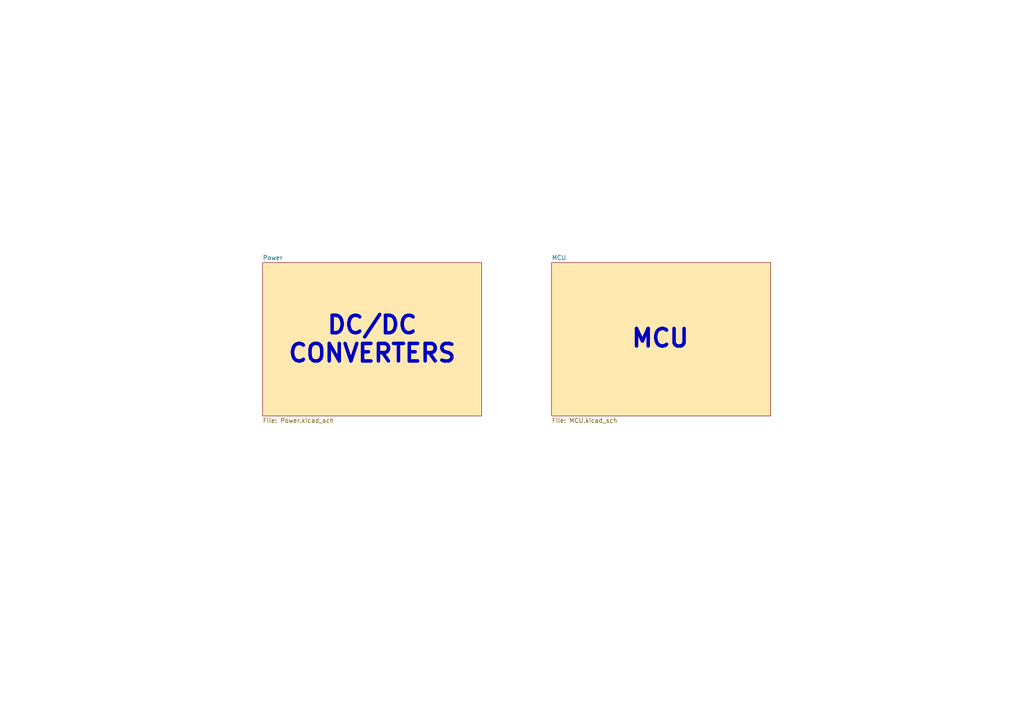
<source format=kicad_sch>
(kicad_sch
	(version 20231120)
	(generator "eeschema")
	(generator_version "8.0")
	(uuid "5f2938db-5c90-46e8-a743-e602e3a8039e")
	(paper "A4")
	(title_block
		(title "SynchGaze - Transmiter")
		(date "2024-09-21")
		(rev "1.0")
		(company "WM")
	)
	(lib_symbols)
	(text "MCU"
		(exclude_from_sim no)
		(at 191.516 98.298 0)
		(effects
			(font
				(size 5.08 5.08)
				(bold yes)
			)
		)
		(uuid "1d895082-b340-4566-aa9a-18119b4c53a2")
	)
	(text "DC/DC\nCONVERTERS"
		(exclude_from_sim no)
		(at 107.95 98.552 0)
		(effects
			(font
				(size 5.08 5.08)
				(thickness 1.016)
				(bold yes)
			)
		)
		(uuid "44881858-5e7b-4e35-827e-9a1b40b34d61")
	)
	(sheet
		(at 76.2 76.2)
		(size 63.5 44.45)
		(fields_autoplaced yes)
		(stroke
			(width 0.1524)
			(type solid)
		)
		(fill
			(color 255 233 176 1.0000)
		)
		(uuid "2a89835e-ba1e-4c3c-9584-cd8d13767b37")
		(property "Sheetname" "Power"
			(at 76.2 75.4884 0)
			(effects
				(font
					(size 1.27 1.27)
				)
				(justify left bottom)
			)
		)
		(property "Sheetfile" "Power.kicad_sch"
			(at 76.2 121.2346 0)
			(effects
				(font
					(size 1.27 1.27)
				)
				(justify left top)
			)
		)
		(instances
			(project "SynchGaze_Transmiter"
				(path "/5f2938db-5c90-46e8-a743-e602e3a8039e"
					(page "3")
				)
			)
		)
	)
	(sheet
		(at 160.02 76.2)
		(size 63.5 44.45)
		(fields_autoplaced yes)
		(stroke
			(width 0.1524)
			(type solid)
		)
		(fill
			(color 255 233 176 1.0000)
		)
		(uuid "482f71cf-a95e-4120-9c00-d45aa2a7a3af")
		(property "Sheetname" "MCU"
			(at 160.02 75.4884 0)
			(effects
				(font
					(size 1.27 1.27)
				)
				(justify left bottom)
			)
		)
		(property "Sheetfile" "MCU.kicad_sch"
			(at 160.02 121.2346 0)
			(effects
				(font
					(size 1.27 1.27)
				)
				(justify left top)
			)
		)
		(instances
			(project "SynchGaze_Transmiter"
				(path "/5f2938db-5c90-46e8-a743-e602e3a8039e"
					(page "2")
				)
			)
		)
	)
	(sheet_instances
		(path "/"
			(page "1")
		)
	)
)

</source>
